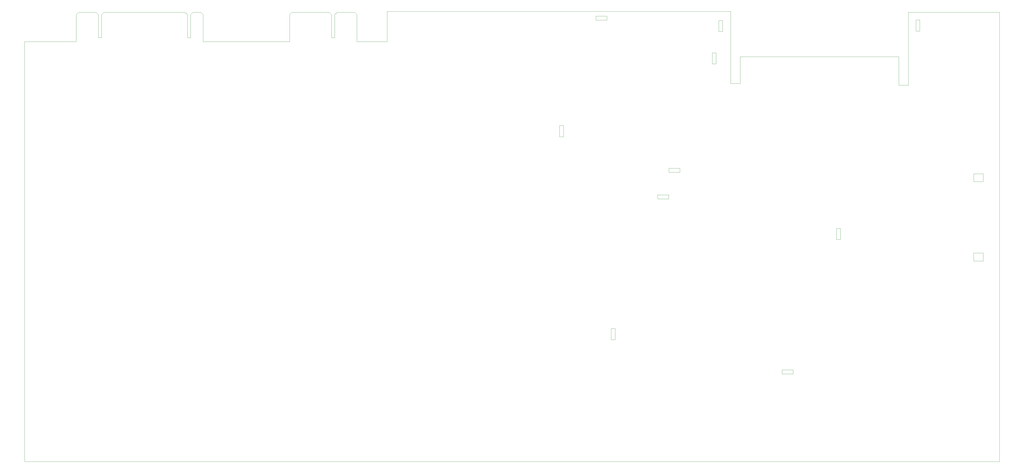
<source format=gbr>
G04 #@! TF.GenerationSoftware,KiCad,Pcbnew,5.1.4+dfsg1-1*
G04 #@! TF.CreationDate,2020-01-23T00:29:48+01:00*
G04 #@! TF.ProjectId,KU-14194HB-REV-B-KiCad,4b552d31-3431-4393-9448-422d5245562d,1.4*
G04 #@! TF.SameCoordinates,Original*
G04 #@! TF.FileFunction,Profile,NP*
%FSLAX46Y46*%
G04 Gerber Fmt 4.6, Leading zero omitted, Abs format (unit mm)*
G04 Created by KiCad (PCBNEW 5.1.4+dfsg1-1) date 2020-01-23 00:29:48*
%MOMM*%
%LPD*%
G04 APERTURE LIST*
%ADD10C,0.100000*%
%ADD11C,0.050000*%
G04 APERTURE END LIST*
D10*
X82296000Y-46355000D02*
X85407500Y-46355000D01*
X80073500Y-47307500D02*
X79121000Y-46355000D01*
X81343500Y-47307500D02*
X82296000Y-46355000D01*
X81343500Y-56515000D02*
X81343500Y-47307500D01*
X80073500Y-56515000D02*
X81343500Y-56515000D01*
X80073500Y-47307500D02*
X80073500Y-56515000D01*
D11*
X243586000Y-49466500D02*
X243586000Y-47879000D01*
X248031000Y-49466500D02*
X243586000Y-49466500D01*
X248031000Y-47879000D02*
X248031000Y-49466500D01*
X243586000Y-47879000D02*
X248031000Y-47879000D01*
X272796000Y-110426500D02*
X272796000Y-108839000D01*
X277241000Y-110426500D02*
X272796000Y-110426500D01*
X277241000Y-110426500D02*
X277241000Y-108839000D01*
X272796000Y-108839000D02*
X277241000Y-108839000D01*
D10*
X249713800Y-173037500D02*
X251301200Y-173037500D01*
X251301200Y-173037500D02*
X251301200Y-177482500D01*
X251301200Y-177482500D02*
X249713800Y-177482500D01*
X249713800Y-177482500D02*
X249713800Y-173037500D01*
X322534200Y-189638900D02*
X322534200Y-191226400D01*
X322534200Y-191226400D02*
X318089200Y-191226400D01*
X318089200Y-191226400D02*
X318089200Y-189638900D01*
X318089200Y-189638900D02*
X322534200Y-189638900D01*
X272739300Y-119497700D02*
X272739300Y-121085200D01*
X272739300Y-121085200D02*
X268294300Y-121085200D01*
X268294300Y-121085200D02*
X268294300Y-119497700D01*
X268294300Y-119497700D02*
X272739300Y-119497700D01*
X14900000Y-58100000D02*
X35560000Y-58100000D01*
X35560000Y-58100000D02*
X35560000Y-47307500D01*
X35560000Y-47307500D02*
X36512500Y-46355000D01*
X36512500Y-46355000D02*
X43497500Y-46355000D01*
X43497500Y-46355000D02*
X44450000Y-47307500D01*
X44450000Y-47307500D02*
X44450000Y-56515000D01*
X44450000Y-56515000D02*
X45720000Y-56515000D01*
X45720000Y-56515000D02*
X45720000Y-47307500D01*
X45720000Y-47307500D02*
X46672500Y-46355000D01*
X46672500Y-46355000D02*
X79121000Y-46355000D01*
X85407500Y-46355000D02*
X86360000Y-47307500D01*
X86360000Y-47307500D02*
X86360000Y-58102500D01*
X86360000Y-58102500D02*
X120967500Y-58102500D01*
X120967500Y-58102500D02*
X120967500Y-47307500D01*
X120967500Y-47307500D02*
X121920000Y-46355000D01*
X121920000Y-46355000D02*
X136842500Y-46355000D01*
X136842500Y-46355000D02*
X137795000Y-47307500D01*
X137795000Y-47307500D02*
X137795000Y-56515000D01*
X137795000Y-56515000D02*
X139065000Y-56515000D01*
X139065000Y-56515000D02*
X139065000Y-47307500D01*
X139065000Y-47307500D02*
X140017500Y-46355000D01*
X140017500Y-46355000D02*
X147002500Y-46355000D01*
X147002500Y-46355000D02*
X147955000Y-47307500D01*
X147955000Y-47307500D02*
X147955000Y-58102500D01*
X147955000Y-58102500D02*
X160020000Y-58102500D01*
X160020000Y-58102500D02*
X160020000Y-46037500D01*
X160020000Y-46037500D02*
X297497500Y-46037500D01*
X297497500Y-46037500D02*
X297497500Y-74930000D01*
X297497500Y-74930000D02*
X301307500Y-74930000D01*
X301307500Y-74930000D02*
X301307500Y-64135000D01*
X301307500Y-64135000D02*
X364807500Y-64135000D01*
X364807500Y-64135000D02*
X364807500Y-75565000D01*
X364807500Y-75565000D02*
X368617500Y-75565000D01*
X368617500Y-75565000D02*
X368617500Y-46355000D01*
X368617500Y-46355000D02*
X405130000Y-46355000D01*
X405130000Y-46355000D02*
X405130000Y-226377500D01*
X405130000Y-226377500D02*
X14900000Y-226377500D01*
X14900000Y-226377500D02*
X14900000Y-58100000D01*
X339842800Y-132960900D02*
X341430400Y-132960900D01*
X341430400Y-132960900D02*
X341430400Y-137405900D01*
X341430400Y-137405900D02*
X339842800Y-137405900D01*
X339842800Y-137405900D02*
X339842800Y-132960900D01*
X394780200Y-142829400D02*
X398590200Y-142829400D01*
X398590200Y-142829400D02*
X398590200Y-146004400D01*
X398590200Y-146004400D02*
X394780200Y-146004400D01*
X394780200Y-146004400D02*
X394780200Y-142829400D01*
X394818200Y-111025800D02*
X398628200Y-111025800D01*
X398628200Y-111025800D02*
X398628200Y-114200800D01*
X398628200Y-114200800D02*
X394818200Y-114200800D01*
X394818200Y-114200800D02*
X394818200Y-111025800D01*
X229051700Y-91759200D02*
X230639200Y-91759200D01*
X230639200Y-91759200D02*
X230639200Y-96204200D01*
X230639200Y-96204200D02*
X229051700Y-96204200D01*
X229051700Y-96204200D02*
X229051700Y-91759200D01*
X290139400Y-62595200D02*
X291727000Y-62595200D01*
X291727000Y-62595200D02*
X291727000Y-67040200D01*
X291727000Y-67040200D02*
X290139400Y-67040200D01*
X290139400Y-67040200D02*
X290139400Y-62595200D01*
X292761600Y-49634400D02*
X294349000Y-49634400D01*
X294349000Y-49634400D02*
X294349000Y-54079400D01*
X294349000Y-54079400D02*
X292761600Y-54079400D01*
X292761600Y-54079400D02*
X292761600Y-49634400D01*
X371670600Y-49416500D02*
X373258100Y-49416500D01*
X373258100Y-49416500D02*
X373258100Y-53861500D01*
X373258100Y-53861500D02*
X371670600Y-53861500D01*
X371670600Y-53861500D02*
X371670600Y-49416500D01*
M02*

</source>
